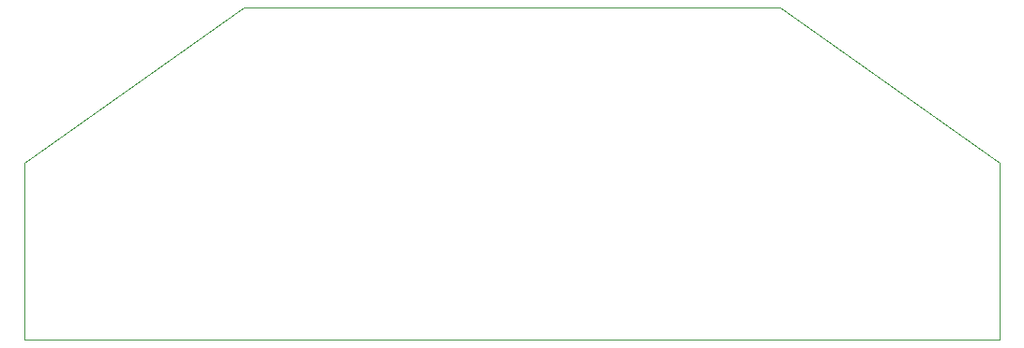
<source format=gbr>
%TF.GenerationSoftware,KiCad,Pcbnew,(5.1.9)-1*%
%TF.CreationDate,2021-10-08T19:18:35+02:00*%
%TF.ProjectId,multi_steering_kenwood_K24MSWK1MA,6d756c74-695f-4737-9465-6572696e675f,rev?*%
%TF.SameCoordinates,Original*%
%TF.FileFunction,Profile,NP*%
%FSLAX46Y46*%
G04 Gerber Fmt 4.6, Leading zero omitted, Abs format (unit mm)*
G04 Created by KiCad (PCBNEW (5.1.9)-1) date 2021-10-08 19:18:35*
%MOMM*%
%LPD*%
G01*
G04 APERTURE LIST*
%TA.AperFunction,Profile*%
%ADD10C,0.050000*%
%TD*%
G04 APERTURE END LIST*
D10*
X145656500Y-111147800D02*
X165406500Y-125147800D01*
X97156500Y-111147800D02*
X145656500Y-111147800D01*
X77406500Y-125147800D02*
X97156500Y-111147800D01*
X77406500Y-141147800D02*
X77406500Y-125147800D01*
X165406500Y-141147800D02*
X165406500Y-125147800D01*
X77406500Y-141147800D02*
X165406500Y-141147800D01*
M02*

</source>
